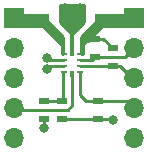
<source format=gbr>
G04 #@! TF.GenerationSoftware,KiCad,Pcbnew,(5.1.6-14-g3ac0951e1-dirty)*
G04 #@! TF.CreationDate,2021-04-17T10:51:59+02:00*
G04 #@! TF.ProjectId,A003.0000017200_DM.ADS7142.BOB,41303033-2e30-4303-9030-303137323030,rev?*
G04 #@! TF.SameCoordinates,Original*
G04 #@! TF.FileFunction,Copper,L1,Top*
G04 #@! TF.FilePolarity,Positive*
%FSLAX46Y46*%
G04 Gerber Fmt 4.6, Leading zero omitted, Abs format (unit mm)*
G04 Created by KiCad (PCBNEW (5.1.6-14-g3ac0951e1-dirty)) date 2021-04-17 10:51:59*
%MOMM*%
%LPD*%
G01*
G04 APERTURE LIST*
G04 #@! TA.AperFunction,SMDPad,CuDef*
%ADD10R,0.900000X0.500000*%
G04 #@! TD*
G04 #@! TA.AperFunction,SMDPad,CuDef*
%ADD11R,0.549999X0.249999*%
G04 #@! TD*
G04 #@! TA.AperFunction,SMDPad,CuDef*
%ADD12R,0.549999X0.200000*%
G04 #@! TD*
G04 #@! TA.AperFunction,SMDPad,CuDef*
%ADD13R,0.299999X0.575000*%
G04 #@! TD*
G04 #@! TA.AperFunction,ComponentPad*
%ADD14R,1.700000X1.700000*%
G04 #@! TD*
G04 #@! TA.AperFunction,ComponentPad*
%ADD15O,1.700000X1.700000*%
G04 #@! TD*
G04 #@! TA.AperFunction,SMDPad,CuDef*
%ADD16R,0.800000X0.750000*%
G04 #@! TD*
G04 #@! TA.AperFunction,ViaPad*
%ADD17C,0.800000*%
G04 #@! TD*
G04 #@! TA.AperFunction,Conductor*
%ADD18C,0.250000*%
G04 #@! TD*
G04 #@! TA.AperFunction,Conductor*
%ADD19C,0.350000*%
G04 #@! TD*
G04 #@! TA.AperFunction,Conductor*
%ADD20C,0.254000*%
G04 #@! TD*
G04 APERTURE END LIST*
D10*
X134112000Y-84570000D03*
X134112000Y-83070000D03*
X135382000Y-78625000D03*
X135382000Y-80125000D03*
X133858000Y-77863000D03*
X133858000Y-79363000D03*
D11*
X131278000Y-79132999D03*
D12*
X131278000Y-79633000D03*
X131278000Y-80133000D03*
D11*
X131278000Y-80633001D03*
D13*
X131953000Y-80795500D03*
D11*
X132628000Y-80633001D03*
D12*
X132628000Y-80133000D03*
X132628000Y-79633000D03*
D11*
X132628000Y-79132999D03*
D13*
X131953000Y-78970500D03*
D10*
X129540000Y-83070000D03*
X129540000Y-84570000D03*
X131064000Y-84570000D03*
X131064000Y-83070000D03*
D14*
X137160000Y-76073000D03*
D15*
X137160000Y-78613000D03*
X137160000Y-81153000D03*
X137160000Y-83693000D03*
X137160000Y-86233000D03*
D14*
X127000000Y-76073000D03*
D15*
X127000000Y-78613000D03*
X127000000Y-81153000D03*
X127000000Y-83693000D03*
X127000000Y-86233000D03*
D16*
X132727000Y-76073000D03*
X134227000Y-76073000D03*
X131179000Y-76073000D03*
X129679000Y-76073000D03*
D17*
X131318000Y-75184000D03*
X132588000Y-75184000D03*
X129540000Y-85344000D03*
X129794000Y-79390997D03*
X129794000Y-80391000D03*
X135382000Y-84709000D03*
X135382000Y-76200000D03*
D18*
X131953000Y-76708000D02*
X132588000Y-76073000D01*
X129540000Y-84570000D02*
X129540000Y-85217000D01*
X129540000Y-85217000D02*
X129540000Y-85344000D01*
D19*
X131953000Y-78970500D02*
X131953000Y-76708000D01*
D18*
X130036003Y-79633000D02*
X129794000Y-79390997D01*
X131278000Y-79633000D02*
X130036003Y-79633000D01*
X130052000Y-80133000D02*
X129794000Y-80391000D01*
X131278000Y-80133000D02*
X130052000Y-80133000D01*
X129806000Y-76073000D02*
X127000000Y-76073000D01*
X135382000Y-78625000D02*
X134608000Y-77851000D01*
X134608000Y-77851000D02*
X133731000Y-77851000D01*
X135255000Y-76073000D02*
X135382000Y-76200000D01*
X134100000Y-76073000D02*
X135255000Y-76073000D01*
X133858000Y-77863000D02*
X132981000Y-77863000D01*
X131064000Y-84570000D02*
X134251000Y-84570000D01*
X135243000Y-84570000D02*
X135382000Y-84709000D01*
X134112000Y-84570000D02*
X135243000Y-84570000D01*
X129540000Y-83070000D02*
X131052000Y-83070000D01*
X131052000Y-83070000D02*
X131064000Y-83058000D01*
X131064000Y-83058000D02*
X131191000Y-82931000D01*
X131191000Y-82931000D02*
X131191000Y-80645000D01*
X131953000Y-80795500D02*
X131953000Y-82804000D01*
X131953000Y-82804000D02*
X131953000Y-83439000D01*
X131953000Y-83439000D02*
X131572000Y-83820000D01*
X131572000Y-83820000D02*
X127000000Y-83820000D01*
X132628000Y-79633000D02*
X133600000Y-79633000D01*
X133600000Y-79633000D02*
X133858000Y-79375000D01*
X133858000Y-79375000D02*
X136398000Y-79375000D01*
X136398000Y-79375000D02*
X137160000Y-78613000D01*
X132628000Y-80133000D02*
X134370000Y-80133000D01*
X137160000Y-81026000D02*
X137160000Y-81153000D01*
X134370000Y-80133000D02*
X135251000Y-80133000D01*
X135251000Y-80133000D02*
X135255000Y-80137000D01*
X135255000Y-80137000D02*
X135382000Y-80137000D01*
X135382000Y-80137000D02*
X136017000Y-80137000D01*
X136017000Y-80137000D02*
X137160000Y-81280000D01*
X132628000Y-80633001D02*
X132628000Y-81828000D01*
X132628000Y-81828000D02*
X132628000Y-82590000D01*
X132628000Y-82590000D02*
X133096000Y-83058000D01*
X133096000Y-83058000D02*
X134112000Y-83058000D01*
X134112000Y-83058000D02*
X136525000Y-83058000D01*
X136525000Y-83058000D02*
X137160000Y-83693000D01*
D20*
G36*
X131191000Y-77649606D02*
G01*
X131191000Y-79121000D01*
X131064000Y-79121000D01*
X131064000Y-78359000D01*
X131061560Y-78334224D01*
X131054333Y-78310399D01*
X131042597Y-78288443D01*
X131026803Y-78269197D01*
X129502803Y-76745197D01*
X129483557Y-76729403D01*
X129461601Y-76717667D01*
X129437776Y-76710440D01*
X129413000Y-76708000D01*
X126365000Y-76708000D01*
X126365000Y-75819000D01*
X129360394Y-75819000D01*
X131191000Y-77649606D01*
G37*
X131191000Y-77649606D02*
X131191000Y-79121000D01*
X131064000Y-79121000D01*
X131064000Y-78359000D01*
X131061560Y-78334224D01*
X131054333Y-78310399D01*
X131042597Y-78288443D01*
X131026803Y-78269197D01*
X129502803Y-76745197D01*
X129483557Y-76729403D01*
X129461601Y-76717667D01*
X129437776Y-76710440D01*
X129413000Y-76708000D01*
X126365000Y-76708000D01*
X126365000Y-75819000D01*
X129360394Y-75819000D01*
X131191000Y-77649606D01*
G36*
X137795000Y-76708000D02*
G01*
X134604125Y-76708000D01*
X134579349Y-76710440D01*
X134555524Y-76717667D01*
X134533568Y-76729403D01*
X134513193Y-76746341D01*
X133312325Y-77978000D01*
X133223000Y-77978000D01*
X133198224Y-77980440D01*
X133174399Y-77987667D01*
X133152443Y-77999403D01*
X133133197Y-78015197D01*
X132879197Y-78269197D01*
X132863403Y-78288443D01*
X132851667Y-78310399D01*
X132844440Y-78334224D01*
X132842000Y-78359000D01*
X132842000Y-79121000D01*
X132715000Y-79121000D01*
X132715000Y-77649606D01*
X134545606Y-75819000D01*
X137795000Y-75819000D01*
X137795000Y-76708000D01*
G37*
X137795000Y-76708000D02*
X134604125Y-76708000D01*
X134579349Y-76710440D01*
X134555524Y-76717667D01*
X134533568Y-76729403D01*
X134513193Y-76746341D01*
X133312325Y-77978000D01*
X133223000Y-77978000D01*
X133198224Y-77980440D01*
X133174399Y-77987667D01*
X133152443Y-77999403D01*
X133133197Y-78015197D01*
X132879197Y-78269197D01*
X132863403Y-78288443D01*
X132851667Y-78310399D01*
X132844440Y-78334224D01*
X132842000Y-78359000D01*
X132842000Y-79121000D01*
X132715000Y-79121000D01*
X132715000Y-77649606D01*
X134545606Y-75819000D01*
X137795000Y-75819000D01*
X137795000Y-76708000D01*
G36*
X132969000Y-76401394D02*
G01*
X131990197Y-77380197D01*
X131974403Y-77399443D01*
X131962667Y-77421399D01*
X131955440Y-77445224D01*
X131953000Y-77470000D01*
X131950560Y-77445224D01*
X131943333Y-77421399D01*
X131931597Y-77399443D01*
X131915803Y-77380197D01*
X130937000Y-76401394D01*
X130937000Y-74930000D01*
X132969000Y-74930000D01*
X132969000Y-76401394D01*
G37*
X132969000Y-76401394D02*
X131990197Y-77380197D01*
X131974403Y-77399443D01*
X131962667Y-77421399D01*
X131955440Y-77445224D01*
X131953000Y-77470000D01*
X131950560Y-77445224D01*
X131943333Y-77421399D01*
X131931597Y-77399443D01*
X131915803Y-77380197D01*
X130937000Y-76401394D01*
X130937000Y-74930000D01*
X132969000Y-74930000D01*
X132969000Y-76401394D01*
M02*

</source>
